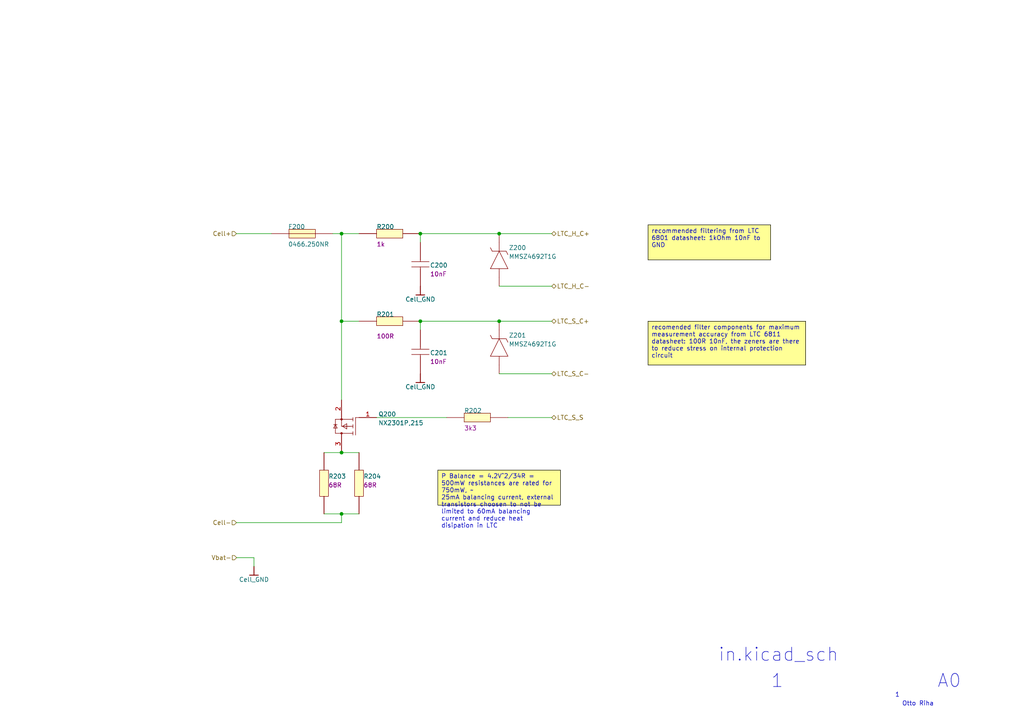
<source format=kicad_sch>
(kicad_sch (version 20250114) (generator "eeschema") (generator_version "9.0")
  (paper "A4")
  (lib_symbols
    (symbol "Battman-altium-import:CellFilter10_0_0466.250NR_SamacSys.SchLib" (pin_numbers (hide yes)) (pin_names (hide yes))
      (symbol "CellFilter10_0_0466.250NR_SamacSys.SchLib_1_0"
        (polyline (pts (xy 5.08 0) (xy 12.7 0)))
        (rectangle (start 12.7 1.27) (end 5.08 -1.27) (stroke (width 0) (color 128 0 0 1)) (fill (type background)))
        (pin passive line (at 0 0 0) (length 5.08) (name "1") (number "1"))
        (pin passive line (at 17.78 0 180) (length 5.08) (name "2") (number "2"))
      )
    )
    (symbol "Battman-altium-import:CellFilter10_0_AF0603FR-071KL_SamacSys.SchLib" (pin_numbers (hide yes)) (pin_names (hide yes))
      (symbol "CellFilter10_0_AF0603FR-071KL_SamacSys.SchLib_1_0"
        (rectangle (start 12.7 1.27) (end 5.08 -1.27) (stroke (width 0) (color 128 0 0 1)) (fill (type background)))
        (pin passive line (at 0 0 0) (length 5.08) (name "1") (number "1"))
        (pin passive line (at 17.78 0 180) (length 5.08) (name "2") (number "2"))
      )
    )
    (symbol "Battman-altium-import:CellFilter10_0_CRCW0603100RFKEA_SamacSys.SchLib" (pin_numbers (hide yes)) (pin_names (hide yes))
      (symbol "CellFilter10_0_CRCW0603100RFKEA_SamacSys.SchLib_1_0"
        (rectangle (start 12.7 1.27) (end 5.08 -1.27) (stroke (width 0) (color 128 0 0 1)) (fill (type background)))
        (pin passive line (at 0 0 0) (length 5.08) (name "1") (number "1"))
        (pin passive line (at 17.78 0 180) (length 5.08) (name "2") (number "2"))
      )
    )
    (symbol "Battman-altium-import:CellFilter10_0_CRGH0603F3K3_SamacSys.SchLib" (pin_numbers (hide yes)) (pin_names (hide yes))
      (symbol "CellFilter10_0_CRGH0603F3K3_SamacSys.SchLib_1_0"
        (rectangle (start 12.7 1.27) (end 5.08 -1.27) (stroke (width 0) (color 128 0 0 1)) (fill (type background)))
        (pin passive line (at 0 0 0) (length 5.08) (name "1") (number "1"))
        (pin passive line (at 17.78 0 180) (length 5.08) (name "2") (number "2"))
      )
    )
    (symbol "Battman-altium-import:CellFilter10_1_06031C103K4Z2A_SamacSys.SchLib" (pin_numbers (hide yes)) (pin_names (hide yes))
      (symbol "CellFilter10_1_06031C103K4Z2A_SamacSys.SchLib_1_0"
        (polyline (pts (xy -2.54 7.112) (xy 2.54 7.112)))
        (polyline (pts (xy -2.54 5.588) (xy 2.54 5.588)))
        (polyline (pts (xy 0 7.112) (xy 0 7.62)))
        (polyline (pts (xy 0 5.08) (xy 0 5.588)))
        (pin passive line (at 0 12.7 270) (length 5.08) (name "2") (number "2"))
        (pin passive line (at 0 0 90) (length 5.08) (name "1") (number "1"))
      )
    )
    (symbol "Battman-altium-import:CellFilter10_1_AC2010FK-0768RL_SamacSys.SchLib" (pin_numbers (hide yes)) (pin_names (hide yes))
      (symbol "CellFilter10_1_AC2010FK-0768RL_SamacSys.SchLib_1_0"
        (rectangle (start 1.27 12.7) (end -1.27 5.08) (stroke (width 0) (color 128 0 0 1)) (fill (type background)))
        (pin passive line (at 0 17.78 270) (length 5.08) (name "2") (number "2"))
        (pin passive line (at 0 0 90) (length 5.08) (name "1") (number "1"))
      )
    )
    (symbol "Battman-altium-import:CellFilter10_2_NX2301P,215_SamacSys.SchLib" (pin_names (hide yes))
      (symbol "CellFilter10_2_NX2301P,215_SamacSys.SchLib_1_0"
        (polyline (pts (xy -12.446 -3.048) (xy -11.43 -3.048)))
        (polyline (pts (xy -11.938 -2.032) (xy -12.446 -2.032)))
        (polyline (pts (xy -11.938 -2.032) (xy -12.446 -3.048)))
        (polyline (pts (xy -11.938 -2.032) (xy -11.43 -2.032)))
        (polyline (pts (xy -11.938 -4.572) (xy -11.938 -0.508)))
        (polyline (pts (xy -11.938 -4.572) (xy -10.16 -4.572)))
        (polyline (pts (xy -11.43 -3.048) (xy -11.938 -2.032)))
        (circle (center -10.16 -0.508) (radius 0.254) (fill (type outline)))
        (polyline (pts (xy -10.16 -0.508) (xy -11.938 -0.508)))
        (polyline (pts (xy -10.16 -2.54) (xy -10.16 0)))
        (polyline (pts (xy -10.16 -2.54) (xy -7.62 -2.54)))
        (circle (center -10.16 -4.572) (radius 0.254) (fill (type outline)))
        (polyline (pts (xy -10.16 -4.572) (xy -10.16 -5.08)))
        (polyline (pts (xy -9.906 -2.54) (xy -8.636 -1.778)))
        (polyline (pts (xy -9.906 -2.54) (xy -8.636 -3.302)))
        (polyline (pts (xy -9.398 -2.54) (xy -6.858 -2.54)))
        (polyline (pts (xy -8.636 -1.778) (xy -8.636 -3.302)))
        (polyline (pts (xy -6.858 -0.508) (xy -10.16 -0.508)))
        (polyline (pts (xy -6.858 -1.016) (xy -6.858 0)))
        (polyline (pts (xy -6.858 -3.048) (xy -6.858 -2.032)))
        (polyline (pts (xy -6.858 -4.064) (xy -6.858 -5.08)))
        (polyline (pts (xy -6.858 -4.572) (xy -10.16 -4.572)))
        (polyline (pts (xy -6.096 0) (xy -6.096 -5.08)))
        (polyline (pts (xy -6.096 0) (xy -5.08 0)))
        (pin passive line (at -10.16 5.08 270) (length 5.08) (name "S") (number "2"))
        (pin passive line (at -10.16 -10.16 90) (length 5.08) (name "D") (number "3"))
        (pin passive line (at 0 0 180) (length 5.08) (name "G") (number "1"))
      )
    )
    (symbol "Battman-altium-import:CellFilter10_3_MMSZ4692T1G_SamacSys.SchLib" (pin_numbers (hide yes)) (pin_names (hide yes))
      (symbol "CellFilter10_3_MMSZ4692T1G_SamacSys.SchLib_1_0"
        (polyline (pts (xy -2.54 -4.064) (xy -2.032 -5.08)))
        (polyline (pts (xy -2.54 -10.16) (xy 0 -5.08)))
        (polyline (pts (xy 0 -2.54) (xy 0 -5.08)))
        (polyline (pts (xy 0 -5.08) (xy 2.54 -10.16)))
        (polyline (pts (xy 0 -12.7) (xy 0 -10.16)))
        (polyline (pts (xy 2.032 -5.08) (xy -2.032 -5.08)))
        (polyline (pts (xy 2.032 -5.08) (xy 2.54 -6.096)))
        (polyline (pts (xy 2.54 -10.16) (xy -2.54 -10.16)))
        (pin passive line (at 0 0 270) (length 2.54) (name "K") (number "1"))
        (pin passive line (at 0 -15.24 90) (length 2.54) (name "A") (number "2"))
      )
    )
    (symbol "Battman-altium-import:Cell_GND_BAR" (power)
      (property "Value" "Cell_GND" (at 0 -3.81 0))
      (symbol "Cell_GND_BAR_0_0"
        (polyline (pts (xy -1.27 -2.54) (xy 1.27 -2.54)) (stroke (width 0.254)))
        (polyline (pts (xy 0 0) (xy 0 -2.54)) (stroke (width 0.254)))
        (pin power_in line (at 0 0 0) (length 0) (hide yes) (name "Cell_GND") (number ""))
      )
    )
  )
  (text "Otto Riha" (at 261.62 204.9272 0) (effects (font (size 1.27 1.27)) (justify left bottom)))
  (text "${#}" (at 255.524 202.3872 0) (effects (font (size 1.27 1.27)) (justify left bottom)))
  (text "A0" (at 271.78 199.8472 0) (effects (font (size 3.81 3.81)) (justify left bottom)))
  (text "${FILENAME}" (at 208.28 192.2272 0) (effects (font (size 3.81 3.81)) (justify left bottom)))
  (text "1" (at 223.52 199.8472 0) (effects (font (size 3.81 3.81)) (justify left bottom)))
  (text "${##}" (at 259.588 202.3872 0) (effects (font (size 1.27 1.27)) (justify left bottom)))
  (text_box "P Balance = 4.2V^2/34R = 500mW resistances are rated for 750mW, ~\n25mA balancing current, external transistors choosen to not be limited to 60mA balancing current and reduce heat disipation in LTC" (at 162.56 136.3472 0) (size -35.56 10.16) (margins 0.9525 0.9525 0.9525 0.9525) (stroke (width 0) (color 0 0 0 1)) (fill (type color) (color 255 255 150 1)) (effects (font (size 1.27 1.27)) (justify left top)))
  (text_box "recommended filtering from LTC 6801 datasheet: 1kOhm 10nF to GND" (at 223.52 65.2272 0) (size -35.56 10.16) (margins 0.9525 0.9525 0.9525 0.9525) (stroke (width 0) (color 0 0 0 1)) (fill (type color) (color 255 255 150 1)) (effects (font (size 1.27 1.27)) (justify left top)))
  (text_box "recomended filter components for maximum measurement accuracy from LTC 6811 datasheet: 100R 10nF, the zeners are there to reduce stress on internal protection circuit" (at 233.68 93.1672 0) (size -45.72 12.7) (margins 0.9525 0.9525 0.9525 0.9525) (stroke (width 0) (color 0 0 0 1)) (fill (type color) (color 255 255 150 1)) (effects (font (size 1.27 1.27)) (justify left top)))
  (junction (at 99.06 131.2672))
  (junction (at 99.06 93.1672))
  (junction (at 144.78 67.7672))
  (junction (at 121.92 93.1672))
  (junction (at 144.78 93.1672))
  (junction (at 99.06 149.0472))
  (junction (at 99.06 67.7672))
  (junction (at 121.92 67.7672))
  (wire (pts (xy 99.06 149.0472) (xy 93.98 149.0472)))
  (wire (pts (xy 144.78 93.1672) (xy 160.02 93.1672)))
  (wire (pts (xy 99.06 93.1672) (xy 104.14 93.1672)))
  (wire (pts (xy 104.14 131.2672) (xy 99.06 131.2672)))
  (wire (pts (xy 121.92 93.1672) (xy 144.78 93.1672)))
  (wire (pts (xy 121.92 67.7672) (xy 144.78 67.7672)))
  (wire (pts (xy 78.74 67.7672) (xy 68.58 67.7672)))
  (wire (pts (xy 99.06 67.7672) (xy 96.52 67.7672)))
  (wire (pts (xy 129.54 121.1072) (xy 109.22 121.1072)))
  (wire (pts (xy 68.63 161.7472) (xy 73.66 161.7472)))
  (wire (pts (xy 99.06 151.5872) (xy 99.06 149.0472)))
  (wire (pts (xy 121.92 70.3072) (xy 121.92 67.7672)))
  (wire (pts (xy 73.66 161.7472) (xy 73.66 164.2872)))
  (wire (pts (xy 160.02 83.0072) (xy 144.78 83.0072)))
  (wire (pts (xy 99.06 149.0472) (xy 104.14 149.0472)))
  (wire (pts (xy 99.06 116.0272) (xy 99.06 93.1672)))
  (wire (pts (xy 99.06 93.1672) (xy 99.06 67.7672)))
  (wire (pts (xy 147.32 121.1072) (xy 160.02 121.1072)))
  (wire (pts (xy 99.06 67.7672) (xy 104.14 67.7672)))
  (wire (pts (xy 160.02 108.4072) (xy 144.78 108.4072)))
  (wire (pts (xy 144.78 67.7672) (xy 160.02 67.7672)))
  (wire (pts (xy 121.92 95.7072) (xy 121.92 93.1672)))
  (wire (pts (xy 68.58 151.5872) (xy 99.06 151.5872)))
  (wire (pts (xy 99.06 131.2672) (xy 93.98 131.2672)))
  (hierarchical_label "LTC_S_C+" (shape bidirectional) (at 160.02 93.1672 0))
  (hierarchical_label "LTC_H_C-" (shape bidirectional) (at 160.02 83.0072 0))
  (hierarchical_label "Vbat-" (shape input) (at 68.63 161.7472 180))
  (hierarchical_label "LTC_S_C-" (shape bidirectional) (at 160.02 108.4072 0))
  (hierarchical_label "Cell-" (shape input) (at 68.58 151.5872 180))
  (hierarchical_label "LTC_S_S" (shape bidirectional) (at 160.02 121.1072 0))
  (hierarchical_label "Cell+" (shape input) (at 68.58 67.7672 180))
  (hierarchical_label "LTC_H_C+" (shape bidirectional) (at 160.02 67.7672 0))
  (symbol (lib_id "Battman-altium-import:Cell_GND_BAR") (at 121.92 108.4072 0) (unit 1)
    (property "Reference" "#PWR?" (effects (hide yes)))
    (property "Value" "Cell_GND" (at 121.92 112.2172 0))
  )
  (symbol (lib_id "Battman-altium-import:Cell_GND_BAR") (at 73.66 164.2872 0) (unit 1)
    (property "Reference" "#PWR?" (effects (hide yes)))
    (property "Value" "Cell_GND" (at 73.66 168.0972 0))
  )
  (symbol (lib_id "Battman-altium-import:CellFilter10_1_AC2010FK-0768RL_SamacSys.SchLib") (at 104.14 149.0472 0) (unit 1)
    (property "Reference" "R204" (at 105.41 138.8872 0) (effects (justify left bottom)))
    (property "Value" "AC2010FK-0768RL" (effects (hide yes)))
    (property "Footprint" "C__Users_otto_Documents_AltiumLL_SamacSys.PcbLib:RESC5025X65N" (effects (hide yes)))
    (property "Description" "Resistor" (effects (hide yes)))
    (property "DATASHEET LINK" "https://www.yageo.com/upload/media/product/productsearch/datasheet/rchip/PYu-AC_51_RoHS_L_10.pdf" (effects (hide yes)))
    (property "HEIGHT" "0.65mm" (effects (hide yes)))
    (property "MANUFACTURER_NAME" "YAGEO" (effects (hide yes)))
    (property "MANUFACTURER_PART_NUMBER" "AC2010FK-0768RL" (effects (hide yes)))
    (property "ALTIUM_VALUE" "68R" (at 105.41 141.4272 0) (effects (justify left bottom)))
  )
  (symbol (lib_id "Battman-altium-import:CellFilter10_3_MMSZ4692T1G_SamacSys.SchLib") (at 144.78 93.1672 0) (unit 1)
    (property "Reference" "Z201" (at 147.574 97.9932 0) (effects (justify left bottom)))
    (property "Value" "MMSZ4692T1G" (at 147.574 100.5332 0) (effects (justify left bottom)))
    (property "Footprint" "C__Users_otto_Documents_AltiumLL_SamacSys.PcbLib:SOD3716X135N" (effects (hide yes)))
    (property "Description" "Zener Diode 6.8V" (effects (hide yes)))
    (property "DATASHEET LINK" "https://www.onsemi.com/pub/Collateral/MMSZ4678T1-D.PDF" (effects (hide yes)))
    (property "HEIGHT" "1.35mm" (effects (hide yes)))
    (property "MANUFACTURER_NAME" "onsemi" (effects (hide yes)))
    (property "MANUFACTURER_PART_NUMBER" "MMSZ4692T1G" (effects (hide yes)))
    (property "MOUSER PART NUMBER" "863-MMSZ4692T1G" (effects (hide yes)))
    (property "MOUSER PRICE/STOCK" "https://www.mouser.co.uk/ProductDetail/onsemi/MMSZ4692T1G?qs=P4IOph%252Bbot8jSn3zyyx1xw%3D%3D" (effects (hide yes)))
    (property "ARROW PART NUMBER" "MMSZ4692T1G" (effects (hide yes)))
    (property "ARROW PRICE/STOCK" "https://www.arrow.com/en/products/mmsz4692t1g/on-semiconductor" (effects (hide yes)))
  )
  (symbol (lib_id "Battman-altium-import:CellFilter10_0_CRCW0603100RFKEA_SamacSys.SchLib") (at 104.14 93.1672 0) (unit 1)
    (property "Reference" "R201" (at 109.22 91.8972 0) (effects (justify left bottom)))
    (property "Value" "CRCW0603100RFKEA" (effects (hide yes)))
    (property "Footprint" "C__Users_otto_Documents_AltiumLL_SamacSys.PcbLib:RESC1608X50N" (effects (hide yes)))
    (property "Description" "Resistor" (effects (hide yes)))
    (property "DATASHEET LINK" "http://www.vishay.com/docs/20035/dcrcwe3.pdf" (effects (hide yes)))
    (property "HEIGHT" "0.5mm" (effects (hide yes)))
    (property "MANUFACTURER_NAME" "Vishay" (effects (hide yes)))
    (property "MANUFACTURER_PART_NUMBER" "CRCW0603100RFKEA" (effects (hide yes)))
    (property "MOUSER PART NUMBER" "71-CRCW0603-100-E3" (effects (hide yes)))
    (property "MOUSER PRICE/STOCK" "https://www.mouser.co.uk/ProductDetail/Vishay-Dale/CRCW0603100RFKEA?qs=90AHS1y%2FsidGWjjxZAupKg%3D%3D" (effects (hide yes)))
    (property "ARROW PART NUMBER" "CRCW0603100RFKEA" (effects (hide yes)))
    (property "ARROW PRICE/STOCK" "https://www.arrow.com/en/products/crcw0603100rfkea/vishay?utm_currency=USD&region=europe" (effects (hide yes)))
    (property "ALTIUM_VALUE" "100R" (at 109.22 98.2472 0) (effects (justify left bottom)))
  )
  (symbol (lib_id "Battman-altium-import:Cell_GND_BAR") (at 121.92 83.0072 0) (unit 1)
    (property "Reference" "#PWR?" (effects (hide yes)))
    (property "Value" "Cell_GND" (at 121.92 86.8172 0))
  )
  (symbol (lib_id "Battman-altium-import:CellFilter10_3_MMSZ4692T1G_SamacSys.SchLib") (at 144.78 67.7672 0) (unit 1)
    (property "Reference" "Z200" (at 147.574 72.5932 0) (effects (justify left bottom)))
    (property "Value" "MMSZ4692T1G" (at 147.574 75.1332 0) (effects (justify left bottom)))
    (property "Footprint" "C__Users_otto_Documents_AltiumLL_SamacSys.PcbLib:SOD3716X135N" (effects (hide yes)))
    (property "Description" "Zener Diode 6.8V" (effects (hide yes)))
    (property "DATASHEET LINK" "https://www.onsemi.com/pub/Collateral/MMSZ4678T1-D.PDF" (effects (hide yes)))
    (property "HEIGHT" "1.35mm" (effects (hide yes)))
    (property "MANUFACTURER_NAME" "onsemi" (effects (hide yes)))
    (property "MANUFACTURER_PART_NUMBER" "MMSZ4692T1G" (effects (hide yes)))
    (property "MOUSER PART NUMBER" "863-MMSZ4692T1G" (effects (hide yes)))
    (property "MOUSER PRICE/STOCK" "https://www.mouser.co.uk/ProductDetail/onsemi/MMSZ4692T1G?qs=P4IOph%252Bbot8jSn3zyyx1xw%3D%3D" (effects (hide yes)))
    (property "ARROW PART NUMBER" "MMSZ4692T1G" (effects (hide yes)))
    (property "ARROW PRICE/STOCK" "https://www.arrow.com/en/products/mmsz4692t1g/on-semiconductor" (effects (hide yes)))
  )
  (symbol (lib_id "Battman-altium-import:CellFilter10_2_NX2301P,215_SamacSys.SchLib") (at 109.22 121.1072 0) (unit 1)
    (property "Reference" "Q200" (at 109.728 120.8532 0) (effects (justify left bottom)))
    (property "Value" "NX2301P,215" (at 109.728 123.3932 0) (effects (justify left bottom)))
    (property "Footprint" "C__Users_otto_Documents_AltiumLL_SamacSys.PcbLib:SOT95P230X110-3N" (effects (hide yes)))
    (property "Description" "Integrated Circuit" (effects (hide yes)))
    (property "DATASHEET LINK" "https://assets.nexperia.com/documents/data-sheet/NX2301P.pdf" (effects (hide yes)))
    (property "HEIGHT" "1.1mm" (effects (hide yes)))
    (property "MANUFACTURER_NAME" "Nexperia" (effects (hide yes)))
    (property "MANUFACTURER_PART_NUMBER" "NX2301P,215" (effects (hide yes)))
    (property "MOUSER PART NUMBER" "771-NX2301P215" (effects (hide yes)))
    (property "MOUSER PRICE/STOCK" "https://www.mouser.co.uk/ProductDetail/Nexperia/NX2301P215?qs=A1cBxND5mHKs%252BLrxCDENxw%3D%3D" (effects (hide yes)))
    (property "ARROW PART NUMBER" "NX2301P,215" (effects (hide yes)))
    (property "ARROW PRICE/STOCK" "https://www.arrow.com/en/products/nx2301p215/nexperia?utm_currency=USD&region=europe" (effects (hide yes)))
  )
  (symbol (lib_id "Battman-altium-import:CellFilter10_0_AF0603FR-071KL_SamacSys.SchLib") (at 104.14 67.7672 0) (unit 1)
    (property "Reference" "R200" (at 109.22 66.4972 0) (effects (justify left bottom)))
    (property "Value" "AF0603FR-071KL" (effects (hide yes)))
    (property "Footprint" "C__Users_otto_Documents_AltiumLL_SamacSys.PcbLib:RESC1608X55N" (effects (hide yes)))
    (property "Description" "Resistor" (effects (hide yes)))
    (property "DATASHEET LINK" "https://www.mouser.de/datasheet/2/447/PYu_AF_51_RoHS_L_9-3358811.pdf" (effects (hide yes)))
    (property "HEIGHT" "0.55mm" (effects (hide yes)))
    (property "MANUFACTURER_NAME" "YAGEO" (effects (hide yes)))
    (property "MANUFACTURER_PART_NUMBER" "AF0603FR-071KL" (effects (hide yes)))
    (property "MOUSER PART NUMBER" "603-AF0603FR-071KL" (effects (hide yes)))
    (property "MOUSER PRICE/STOCK" "https://www.mouser.co.uk/ProductDetail/YAGEO/AF0603FR-071KL?qs=tggtontpCXPK7%252BIEiEzGxw%3D%3D" (effects (hide yes)))
    (property "ALTIUM_VALUE" "1k" (at 109.22 71.5772 0) (effects (justify left bottom)))
  )
  (symbol (lib_id "Battman-altium-import:CellFilter10_0_CRGH0603F3K3_SamacSys.SchLib") (at 129.54 121.1072 0) (unit 1)
    (property "Reference" "R202" (at 134.62 119.8372 0) (effects (justify left bottom)))
    (property "Value" "3k3" (effects (hide yes)))
    (property "Footprint" "C__Users_otto_Documents_AltiumLL_SamacSys.PcbLib:RESC1608X55N" (effects (hide yes)))
    (property "Description" "Resistor" (effects (hide yes)))
    (property "DATASHEET LINK" "http://docs-europe.electrocomponents.com/webdocs/12d7/0900766b812d7379.pdf" (effects (hide yes)))
    (property "HEIGHT" "0.55mm" (effects (hide yes)))
    (property "MANUFACTURER_NAME" "TE Connectivity" (effects (hide yes)))
    (property "MANUFACTURER_PART_NUMBER" "CRGH0603F3K3" (effects (hide yes)))
    (property "ALTIUM_VALUE" "3k3" (at 134.62 124.9172 0) (effects (justify left bottom)))
  )
  (symbol (lib_id "Battman-altium-import:CellFilter10_1_AC2010FK-0768RL_SamacSys.SchLib") (at 93.98 149.0472 0) (unit 1)
    (property "Reference" "R203" (at 95.25 138.8872 0) (effects (justify left bottom)))
    (property "Value" "AC2010FK-0768RL" (effects (hide yes)))
    (property "Footprint" "C__Users_otto_Documents_AltiumLL_SamacSys.PcbLib:RESC5025X65N" (effects (hide yes)))
    (property "Description" "Resistor" (effects (hide yes)))
    (property "DATASHEET LINK" "https://www.yageo.com/upload/media/product/productsearch/datasheet/rchip/PYu-AC_51_RoHS_L_10.pdf" (effects (hide yes)))
    (property "HEIGHT" "0.65mm" (effects (hide yes)))
    (property "MANUFACTURER_NAME" "YAGEO" (effects (hide yes)))
    (property "MANUFACTURER_PART_NUMBER" "AC2010FK-0768RL" (effects (hide yes)))
    (property "ALTIUM_VALUE" "68R" (at 95.25 141.4272 0) (effects (justify left bottom)))
  )
  (symbol (lib_id "Battman-altium-import:CellFilter10_0_0466.250NR_SamacSys.SchLib") (at 78.74 67.7672 0) (unit 1)
    (property "Reference" "F200" (at 83.566 66.4972 0) (effects (justify left bottom)))
    (property "Value" "0466.250NR" (at 83.566 71.5772 0) (effects (justify left bottom)))
    (property "Footprint" "C__Users_otto_Documents_AltiumLL_SamacSys.PcbLib:FUSC3215X66N" (effects (hide yes)))
    (property "Description" "Fuse" (effects (hide yes)))
    (property "DATASHEET LINK" "http://www.littelfuse.com/~/media/electronics/datasheets/fuses/littelfuse_fuse_466_datasheet.pdf.pdf" (effects (hide yes)))
    (property "HEIGHT" "0.66mm" (effects (hide yes)))
    (property "MANUFACTURER_NAME" "LITTELFUSE" (effects (hide yes)))
    (property "MANUFACTURER_PART_NUMBER" "0466.250NR" (effects (hide yes)))
    (property "MOUSER PART NUMBER" "576-0466.250NR" (effects (hide yes)))
    (property "MOUSER PRICE/STOCK" "https://www.mouser.co.uk/ProductDetail/Littelfuse/0466.250NR?qs=OJFHm2hVE4FeDcEECJ4GEQ%3D%3D" (effects (hide yes)))
    (property "ARROW PART NUMBER" "0466.250NR" (effects (hide yes)))
    (property "ARROW PRICE/STOCK" "https://www.arrow.com/en/products/0466.250nr/littelfuse?region=nac" (effects (hide yes)))
  )
  (symbol (lib_id "Battman-altium-import:CellFilter10_1_06031C103K4Z2A_SamacSys.SchLib") (at 121.92 108.4072 0) (unit 1)
    (property "Reference" "C201" (at 124.714 103.0732 0) (effects (justify left bottom)))
    (property "Value" "06031C103K4Z2A" (effects (hide yes)))
    (property "Footprint" "C__Users_otto_Documents_AltiumLL_SamacSys.PcbLib:CAPC1608X90N" (effects (hide yes)))
    (property "Description" "Capacitor" (effects (hide yes)))
    (property "DATASHEET LINK" "https://componentsearchengine.com/Datasheets/1/06031A100FAT2A.pdf" (effects (hide yes)))
    (property "HEIGHT" "0.9mm" (effects (hide yes)))
    (property "MANUFACTURER_NAME" "Kyocera AVX" (effects (hide yes)))
    (property "MANUFACTURER_PART_NUMBER" "06031C103K4Z2A" (effects (hide yes)))
    (property "MOUSER PART NUMBER" "581-06031C103K4Z2A" (effects (hide yes)))
    (property "MOUSER PRICE/STOCK" "https://www.mouser.com/Search/Refine.aspx?Keyword=581-06031C103K4Z2A" (effects (hide yes)))
    (property "ARROW PART NUMBER" "06031C103K4Z2A" (effects (hide yes)))
    (property "ARROW PRICE/STOCK" "https://www.arrow.com/en/products/06031c103k4z2a/avx" (effects (hide yes)))
    (property "ALTIUM_VALUE" "10nF" (at 124.714 105.6132 0) (effects (justify left bottom)))
  )
  (symbol (lib_id "Battman-altium-import:CellFilter10_1_06031C103K4Z2A_SamacSys.SchLib") (at 121.92 83.0072 0) (unit 1)
    (property "Reference" "C200" (at 124.714 77.6732 0) (effects (justify left bottom)))
    (property "Value" "06031C103K4Z2A" (effects (hide yes)))
    (property "Footprint" "C__Users_otto_Documents_AltiumLL_SamacSys.PcbLib:CAPC1608X90N" (effects (hide yes)))
    (property "Description" "Capacitor" (effects (hide yes)))
    (property "DATASHEET LINK" "https://componentsearchengine.com/Datasheets/1/06031A100FAT2A.pdf" (effects (hide yes)))
    (property "HEIGHT" "0.9mm" (effects (hide yes)))
    (property "MANUFACTURER_NAME" "Kyocera AVX" (effects (hide yes)))
    (property "MANUFACTURER_PART_NUMBER" "06031C103K4Z2A" (effects (hide yes)))
    (property "MOUSER PART NUMBER" "581-06031C103K4Z2A" (effects (hide yes)))
    (property "MOUSER PRICE/STOCK" "https://www.mouser.com/Search/Refine.aspx?Keyword=581-06031C103K4Z2A" (effects (hide yes)))
    (property "ARROW PART NUMBER" "06031C103K4Z2A" (effects (hide yes)))
    (property "ARROW PRICE/STOCK" "https://www.arrow.com/en/products/06031c103k4z2a/avx" (effects (hide yes)))
    (property "ALTIUM_VALUE" "10nF" (at 124.714 80.2132 0) (effects (justify left bottom)))
  )
)
</source>
